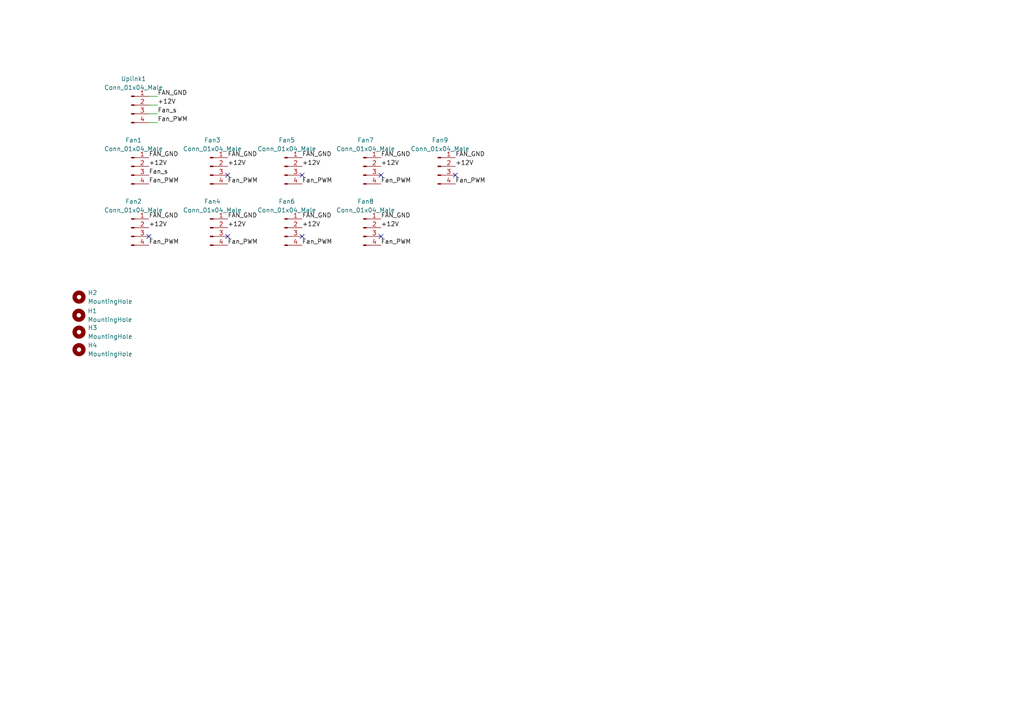
<source format=kicad_sch>
(kicad_sch (version 20211123) (generator eeschema)
  (paper "A4")
  (lib_symbols
    (symbol "Connector:Conn_01x04_Male" (pin_names (offset 1.016) hide)
      (property "Reference" "J" (at 0 5.08 0))
      (property "Value" "Conn_01x04_Male" (at 0 -7.62 0))
      (symbol "Conn_01x04_Male_1_1"
        (polyline (pts (xy 1.27 -5.08) (xy 0.8636 -5.08)) (stroke (width 0.1524)))
        (polyline (pts (xy 1.27 -2.54) (xy 0.8636 -2.54)) (stroke (width 0.1524)))
        (polyline (pts (xy 1.27 0) (xy 0.8636 0)) (stroke (width 0.1524)))
        (polyline (pts (xy 1.27 2.54) (xy 0.8636 2.54)) (stroke (width 0.1524)))
        (rectangle (start 0.8636 -4.953) (end 0 -5.207) (stroke (width 0.1524)) (fill (type outline)))
        (rectangle (start 0.8636 -2.413) (end 0 -2.667) (stroke (width 0.1524)) (fill (type outline)))
        (rectangle (start 0.8636 0.127) (end 0 -0.127) (stroke (width 0.1524)) (fill (type outline)))
        (rectangle (start 0.8636 2.667) (end 0 2.413) (stroke (width 0.1524)) (fill (type outline)))
        (pin passive line (at 5.08 2.54 180) (length 3.81) (name "Pin_1") (number "1"))
        (pin passive line (at 5.08 0 180) (length 3.81) (name "Pin_2") (number "2"))
        (pin passive line (at 5.08 -2.54 180) (length 3.81) (name "Pin_3") (number "3"))
        (pin passive line (at 5.08 -5.08 180) (length 3.81) (name "Pin_4") (number "4"))
      )
    )
    (symbol "Mechanical:MountingHole" (pin_names (offset 1.016))
      (property "Reference" "H" (at 0 5.08 0))
      (property "Value" "MountingHole" (at 0 3.175 0))
      (symbol "MountingHole_0_1"
        (circle (center 0 0) (radius 1.27) (stroke (width 1.27)))
      )
    )
  )
  (no_connect (at 66.04 68.58))
  (no_connect (at 87.63 68.58))
  (no_connect (at 110.49 50.8))
  (no_connect (at 87.63 50.8))
  (no_connect (at 132.08 50.8))
  (no_connect (at 66.04 50.8))
  (no_connect (at 110.49 68.58))
  (no_connect (at 43.18 68.58))
  (wire (pts (xy 43.18 30.48) (xy 45.72 30.48)))
  (wire (pts (xy 43.18 35.56) (xy 45.72 35.56)))
  (wire (pts (xy 43.18 33.02) (xy 45.72 33.02)))
  (wire (pts (xy 43.18 27.94) (xy 45.72 27.94)))
  (label "+12V" (at 87.63 48.26 0))
  (label "Fan_s" (at 45.72 33.02 0))
  (label "+12V" (at 66.04 66.04 0))
  (label "FAN_GND" (at 66.04 45.72 0))
  (label "+12V" (at 132.08 48.26 0))
  (label "+12V" (at 110.49 66.04 0))
  (label "Fan_PWM" (at 66.04 53.34 0))
  (label "FAN_GND" (at 66.04 63.5 0))
  (label "Fan_PWM" (at 43.18 53.34 0))
  (label "Fan_PWM" (at 87.63 71.12 0))
  (label "FAN_GND" (at 45.72 27.94 0))
  (label "FAN_GND" (at 43.18 45.72 0))
  (label "Fan_s" (at 43.18 50.8 0))
  (label "FAN_GND" (at 87.63 63.5 0))
  (label "+12V" (at 43.18 66.04 0))
  (label "Fan_PWM" (at 132.08 53.34 0))
  (label "Fan_PWM" (at 43.18 71.12 0))
  (label "+12V" (at 66.04 48.26 0))
  (label "Fan_PWM" (at 110.49 71.12 0))
  (label "FAN_GND" (at 110.49 63.5 0))
  (label "Fan_PWM" (at 45.72 35.56 0))
  (label "+12V" (at 110.49 48.26 0))
  (label "+12V" (at 43.18 48.26 0))
  (label "+12V" (at 87.63 66.04 0))
  (label "+12V" (at 45.72 30.48 0))
  (label "Fan_PWM" (at 87.63 53.34 0))
  (label "FAN_GND" (at 87.63 45.72 0))
  (label "FAN_GND" (at 43.18 63.5 0))
  (label "Fan_PWM" (at 66.04 71.12 0))
  (label "Fan_PWM" (at 110.49 53.34 0))
  (label "FAN_GND" (at 132.08 45.72 0))
  (label "FAN_GND" (at 110.49 45.72 0))
  (symbol (lib_id "Connector:Conn_01x04_Male") (at 38.1 66.04 0) (unit 1)
    (property "Reference" "Fan2" (at 38.735 58.42 0))
    (property "Value" "Conn_01x04_Male" (at 38.735 60.96 0))
    (property "Footprint" "Connector_Molex:Molex_KK-254_AE-6410-04A_1x04_P2.54mm_Vertical" (effects hide))
  )
  (symbol (lib_id "Connector:Conn_01x04_Male") (at 38.1 48.26 0) (unit 1)
    (property "Reference" "Fan1" (at 38.735 40.64 0))
    (property "Value" "Conn_01x04_Male" (at 38.735 43.18 0))
    (property "Footprint" "Connector_Molex:Molex_KK-254_AE-6410-04A_1x04_P2.54mm_Vertical" (effects hide))
  )
  (symbol (lib_id "Connector:Conn_01x04_Male") (at 60.96 66.04 0) (unit 1)
    (property "Reference" "Fan4" (at 61.595 58.42 0))
    (property "Value" "Conn_01x04_Male" (at 61.595 60.96 0))
    (property "Footprint" "Connector_Molex:Molex_KK-254_AE-6410-04A_1x04_P2.54mm_Vertical" (effects hide))
  )
  (symbol (lib_id "Mechanical:MountingHole") (at 22.9232 86.1701 0) (unit 1) (in_bom no)
    (property "Reference" "H2" (at 25.4632 84.9 0) (effects (justify left)))
    (property "Value" "MountingHole" (at 25.4632 87.44 0) (effects (justify left)))
    (property "Footprint" "MountingHole:MountingHole_3.5mm" (effects hide))
  )
  (symbol (lib_id "Mechanical:MountingHole") (at 22.86 91.44 0) (unit 1) (in_bom no)
    (property "Reference" "H1" (at 25.4 90.1699 0) (effects (justify left)))
    (property "Value" "MountingHole" (at 25.4 92.7099 0) (effects (justify left)))
    (property "Footprint" "MountingHole:MountingHole_3.5mm" (effects hide))
  )
  (symbol (lib_id "Connector:Conn_01x04_Male") (at 82.55 66.04 0) (unit 1)
    (property "Reference" "Fan6" (at 83.185 58.42 0))
    (property "Value" "Conn_01x04_Male" (at 83.185 60.96 0))
    (property "Footprint" "Connector_Molex:Molex_KK-254_AE-6410-04A_1x04_P2.54mm_Vertical" (effects hide))
  )
  (symbol (lib_id "Connector:Conn_01x04_Male") (at 82.55 48.26 0) (unit 1)
    (property "Reference" "Fan5" (at 83.185 40.64 0))
    (property "Value" "Conn_01x04_Male" (at 83.185 43.18 0))
    (property "Footprint" "Connector_Molex:Molex_KK-254_AE-6410-04A_1x04_P2.54mm_Vertical" (effects hide))
  )
  (symbol (lib_id "Connector:Conn_01x04_Male") (at 105.41 48.26 0) (unit 1)
    (property "Reference" "Fan7" (at 106.045 40.64 0))
    (property "Value" "Conn_01x04_Male" (at 106.045 43.18 0))
    (property "Footprint" "Connector_Molex:Molex_KK-254_AE-6410-04A_1x04_P2.54mm_Vertical" (effects hide))
  )
  (symbol (lib_id "Connector:Conn_01x04_Male") (at 105.41 66.04 0) (unit 1)
    (property "Reference" "Fan8" (at 106.045 58.42 0))
    (property "Value" "Conn_01x04_Male" (at 106.045 60.96 0))
    (property "Footprint" "Connector_Molex:Molex_KK-254_AE-6410-04A_1x04_P2.54mm_Vertical" (effects hide))
  )
  (symbol (lib_id "Connector:Conn_01x04_Male") (at 38.1 30.48 0) (unit 1)
    (property "Reference" "Uplink1" (at 38.735 22.86 0))
    (property "Value" "Conn_01x04_Male" (at 38.735 25.4 0))
    (property "Footprint" "Connector_Molex:Molex_KK-254_AE-6410-04A_1x04_P2.54mm_Vertical" (effects hide))
  )
  (symbol (lib_id "Connector:Conn_01x04_Male") (at 60.96 48.26 0) (unit 1)
    (property "Reference" "Fan3" (at 61.595 40.64 0))
    (property "Value" "Conn_01x04_Male" (at 61.595 43.18 0))
    (property "Footprint" "Connector_Molex:Molex_KK-254_AE-6410-04A_1x04_P2.54mm_Vertical" (effects hide))
  )
  (symbol (lib_id "Connector:Conn_01x04_Male") (at 127 48.26 0) (unit 1)
    (property "Reference" "Fan9" (at 127.635 40.64 0))
    (property "Value" "Conn_01x04_Male" (at 127.635 43.18 0))
    (property "Footprint" "Connector_Molex:Molex_KK-254_AE-6410-04A_1x04_P2.54mm_Vertical" (effects hide))
  )
  (symbol (lib_id "Mechanical:MountingHole") (at 22.9232 101.4101 0) (unit 1) (in_bom no)
    (property "Reference" "H4" (at 25.4632 100.14 0) (effects (justify left)))
    (property "Value" "MountingHole" (at 25.4632 102.68 0) (effects (justify left)))
    (property "Footprint" "MountingHole:MountingHole_3.5mm" (effects hide))
  )
  (symbol (lib_id "Mechanical:MountingHole") (at 22.9232 96.3301 0) (unit 1) (in_bom no)
    (property "Reference" "H3" (at 25.4632 95.06 0) (effects (justify left)))
    (property "Value" "MountingHole" (at 25.4632 97.6 0) (effects (justify left)))
    (property "Footprint" "MountingHole:MountingHole_3.5mm" (effects hide))
  )
)
</source>
